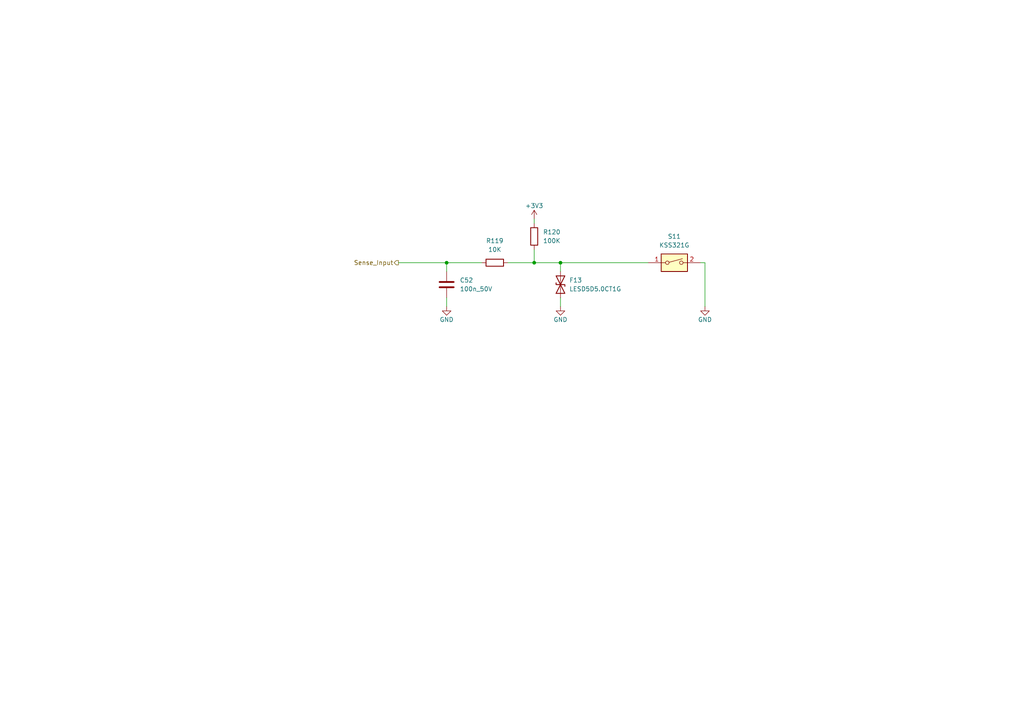
<source format=kicad_sch>
(kicad_sch (version 20231120) (generator "eeschema") (generator_version "8.0")
  (paper "A4")
  (lib_symbols
    (symbol "_C_0402:100n_50V" (pin_numbers hide) (pin_names (offset 0.254))
      (property "Reference" "C" (at 0.635 2.54 0))
      (property "Value" "100n_50V" (at 0.635 -2.54 0))
      (symbol "100n_50V_0_1"
        (polyline (pts (xy -2.032 -0.762) (xy 2.032 -0.762)) (stroke (width 0.508)))
        (polyline (pts (xy -2.032 0.762) (xy 2.032 0.762)) (stroke (width 0.508)))
      )
      (symbol "100n_50V_1_1"
        (pin passive line (at 0 3.81 270) (length 2.794) (name "~") (number "1"))
        (pin passive line (at 0 -3.81 90) (length 2.794) (name "~") (number "2"))
      )
    )
    (symbol "_Diode_TVS:LESD5D5.0CT1G" (pin_numbers hide) (pin_names (offset 1.016) hide)
      (property "Reference" "F" (at 0 2.54 0))
      (property "Value" "LESD5D5.0CT1G" (at 0 -2.54 0))
      (symbol "LESD5D5.0CT1G_0_1"
        (polyline (pts (xy 1.27 0) (xy -1.27 0)))
        (polyline (pts (xy 0.508 1.27) (xy 0 1.27) (xy 0 -1.27) (xy -0.508 -1.27)) (stroke (width 0.254)))
        (polyline (pts (xy -2.54 1.27) (xy -2.54 -1.27) (xy 2.54 1.27) (xy 2.54 -1.27) (xy -2.54 1.27)) (stroke (width 0.254)))
      )
      (symbol "LESD5D5.0CT1G_1_1"
        (pin passive line (at -3.81 0 0) (length 2.54) (name "A1") (number "1"))
        (pin passive line (at 3.81 0 180) (length 2.54) (name "A2") (number "2"))
      )
    )
    (symbol "_R_0402:100K" (pin_numbers hide) (pin_names (offset 0))
      (property "Reference" "R" (at 2.032 0 90))
      (property "Value" "100K" (at 0 0 90))
      (symbol "100K_0_1"
        (rectangle (start -1.016 -2.54) (end 1.016 2.54) (stroke (width 0.254)))
      )
      (symbol "100K_1_1"
        (pin passive line (at 0 3.81 270) (length 1.27) (name "~") (number "1"))
        (pin passive line (at 0 -3.81 90) (length 1.27) (name "~") (number "2"))
      )
    )
    (symbol "_R_0402:10K" (pin_numbers hide) (pin_names (offset 0))
      (property "Reference" "R" (at 2.032 0 90))
      (property "Value" "10K" (at 0 0 90))
      (symbol "10K_0_1"
        (rectangle (start -1.016 -2.54) (end 1.016 2.54) (stroke (width 0.254)))
      )
      (symbol "10K_1_1"
        (pin passive line (at 0 3.81 270) (length 1.27) (name "~") (number "1"))
        (pin passive line (at 0 -3.81 90) (length 1.27) (name "~") (number "2"))
      )
    )
    (symbol "_Switch:KSS321G" (pin_names (offset 0) hide)
      (property "Reference" "S" (at 0 3.81 0))
      (property "Value" "KSS321G" (at 0 -3.81 0))
      (symbol "KSS321G_0_0"
        (circle (center -2.032 0) (radius 0.508))
        (polyline (pts (xy -1.524 0.127) (xy 2.3622 1.1684)))
        (circle (center 2.032 0) (radius 0.508))
      )
      (symbol "KSS321G_0_1"
        (rectangle (start -3.81 2.54) (end 3.81 -2.54) (stroke (width 0.254)) (fill (type background)))
      )
      (symbol "KSS321G_1_1"
        (pin passive line (at -7.62 0 0) (length 5.08) (name "~") (number "1"))
        (pin passive line (at 7.62 0 180) (length 5.08) (name "~") (number "2"))
      )
    )
    (symbol "power:+3.3V" (power) (pin_names (offset 0))
      (property "Value" "+3.3V" (at 0 3.556 0))
      (symbol "+3.3V_0_1"
        (polyline (pts (xy -0.762 1.27) (xy 0 2.54)))
        (polyline (pts (xy 0 0) (xy 0 2.54)))
        (polyline (pts (xy 0 2.54) (xy 0.762 1.27)))
      )
      (symbol "+3.3V_1_1"
        (pin power_in line (at 0 0 90) (length 0) hide (name "+3V3") (number "1"))
      )
    )
    (symbol "power:GND" (power) (pin_names (offset 0))
      (property "Value" "GND" (at 0 -3.81 0))
      (symbol "GND_0_1"
        (polyline (pts (xy 0 0) (xy 0 -1.27) (xy 1.27 -1.27) (xy 0 -2.54) (xy -1.27 -1.27) (xy 0 -1.27)))
      )
      (symbol "GND_1_1"
        (pin power_in line (at 0 0 270) (length 0) hide (name "GND") (number "1"))
      )
    )
  )
  (junction (at 129.54 76.2))
  (junction (at 154.94 76.2))
  (junction (at 162.56 76.2))
  (wire (pts (xy 129.54 88.9) (xy 129.54 86.36)))
  (wire (pts (xy 129.54 76.2) (xy 129.54 78.74)))
  (wire (pts (xy 162.56 76.2) (xy 162.56 78.74)))
  (wire (pts (xy 162.56 86.36) (xy 162.56 88.9)))
  (wire (pts (xy 203.2 76.2) (xy 204.47 76.2)))
  (wire (pts (xy 204.47 76.2) (xy 204.47 88.9)))
  (wire (pts (xy 162.56 76.2) (xy 187.96 76.2)))
  (wire (pts (xy 154.94 63.5) (xy 154.94 64.77)))
  (wire (pts (xy 154.94 72.39) (xy 154.94 76.2)))
  (wire (pts (xy 147.32 76.2) (xy 154.94 76.2)))
  (wire (pts (xy 154.94 76.2) (xy 162.56 76.2)))
  (wire (pts (xy 115.57 76.2) (xy 129.54 76.2)))
  (wire (pts (xy 129.54 76.2) (xy 139.7 76.2)))
  (hierarchical_label "Sense_Input" (shape output) (at 115.57 76.2 180))
  (symbol (lib_id "power:GND") (at 129.54 88.9 0) (unit 1)
    (property "Reference" "#PWR0212" (effects (hide yes)))
    (property "Value" "GND" (at 129.54 92.71 0))
    (instances (project "Partial_Drawer_Controller_v1" (path "" (reference "#PWR0212") (unit 1)) (path "" (reference "#PWR0180") (unit 1)) (path "" (reference "#PWR0184") (unit 1)) (path "" (reference "#PWR0188") (unit 1)) (path "" (reference "#PWR0176") (unit 1)) (path "" (reference "#PWR0208") (unit 1)) (path "" (reference "#PWR0124") (unit 1)) (path "" (reference "#PWR0192") (unit 1))))
  )
  (symbol (lib_id "power:+3.3V") (at 154.94 63.5 0) (unit 1)
    (property "Reference" "#PWR0213" (effects (hide yes)))
    (property "Value" "+3V3" (at 154.94 59.69 0))
    (instances (project "Partial_Drawer_Controller_v1" (path "" (reference "#PWR0213") (unit 1)) (path "" (reference "#PWR0181") (unit 1)) (path "" (reference "#PWR0185") (unit 1)) (path "" (reference "#PWR0189") (unit 1)) (path "" (reference "#PWR0177") (unit 1)) (path "" (reference "#PWR0209") (unit 1)) (path "" (reference "#PWR0125") (unit 1)) (path "" (reference "#PWR0193") (unit 1))))
  )
  (symbol (lib_id "_R_0402:10K") (at 143.51 76.2 90) (unit 1)
    (property "Reference" "R119" (at 143.51 69.85 90))
    (property "Value" "10K" (at 143.51 72.39 90))
    (property "Footprint" "Resistor_SMD:R_0402_1005Metric" (effects (hide yes)))
    (property "Description" "Resistor 10K 1% 62.5mW 50V 0402" (effects (hide yes)))
    (property "MF" "UNI-ROYAL" (effects (hide yes)))
    (property "MPN" "0402WGF1002TCE" (effects (hide yes)))
    (property "OC_LCSC" "C25744" (effects (hide yes)))
    (instances (project "Partial_Drawer_Controller_v1" (path "" (reference "R119") (unit 1)) (path "" (reference "R99") (unit 1)) (path "" (reference "R101") (unit 1)) (path "" (reference "R103") (unit 1)) (path "" (reference "R97") (unit 1)) (path "" (reference "R113") (unit 1)) (path "" (reference "R59") (unit 1)) (path "" (reference "R105") (unit 1))))
  )
  (symbol (lib_id "power:GND") (at 162.56 88.9 0) (unit 1)
    (property "Reference" "#PWR0214" (effects (hide yes)))
    (property "Value" "GND" (at 162.56 92.71 0))
    (instances (project "Partial_Drawer_Controller_v1" (path "" (reference "#PWR0214") (unit 1)) (path "" (reference "#PWR0182") (unit 1)) (path "" (reference "#PWR0186") (unit 1)) (path "" (reference "#PWR0190") (unit 1)) (path "" (reference "#PWR0178") (unit 1)) (path "" (reference "#PWR0210") (unit 1)) (path "" (reference "#PWR0126") (unit 1)) (path "" (reference "#PWR0194") (unit 1))))
  )
  (symbol (lib_id "_Diode_TVS:LESD5D5.0CT1G") (at 162.56 82.55 90) (unit 1)
    (property "Reference" "F13" (at 165.1 81.2799 90) (effects (justify right)))
    (property "Value" "LESD5D5.0CT1G" (at 165.1 83.8199 90) (effects (justify right)))
    (property "Footprint" "Diode_SMD:D_SOD-523" (effects (hide yes)))
    (property "Datasheet" "https://datasheet.lcsc.com/lcsc/1912111437_LRC-LESD5D5-0CT1G_C383211.pdf" (effects (hide yes)))
    (property "Description" "5V 150W TVS Diode Bi-Directional" (effects (hide yes)))
    (property "MF" "LRC" (effects (hide yes)))
    (property "MPN" "LESD5D5.0CT1G" (effects (hide yes)))
    (property "OC_LCSC" "C383211" (effects (hide yes)))
    (instances (project "Partial_Drawer_Controller_v1" (path "" (reference "F13") (unit 1)) (path "" (reference "F8") (unit 1)) (path "" (reference "F9") (unit 1)) (path "" (reference "F10") (unit 1)) (path "" (reference "F7") (unit 1)) (path "" (reference "F12") (unit 1)) (path "" (reference "F6") (unit 1)) (path "" (reference "F11") (unit 1))))
  )
  (symbol (lib_id "_C_0402:100n_50V") (at 129.54 82.55 0) (unit 1)
    (property "Reference" "C52" (at 133.35 81.2799 0) (effects (justify left)))
    (property "Value" "100n_50V" (at 133.35 83.8199 0) (effects (justify left)))
    (property "Footprint" "Capacitor_SMD:C_0402_1005Metric" (effects (hide yes)))
    (property "Datasheet" "https://product.samsungsem.com/mlcc/CL05B104KB54PN.do" (effects (hide yes)))
    (property "Description" "Capacitor 100nF 50V X7R 10% 0402" (effects (hide yes)))
    (property "MF" "Samsung Electro-Mechanics" (effects (hide yes)))
    (property "MPN" "CL05B104KB54PNC" (effects (hide yes)))
    (property "OC_LCSC" "C307331" (effects (hide yes)))
    (instances (project "Partial_Drawer_Controller_v1" (path "" (reference "C52") (unit 1)) (path "" (reference "C44") (unit 1)) (path "" (reference "C45") (unit 1)) (path "" (reference "C46") (unit 1)) (path "" (reference "C43") (unit 1)) (path "" (reference "C51") (unit 1)) (path "" (reference "C30") (unit 1)) (path "" (reference "C47") (unit 1))))
  )
  (symbol (lib_id "_R_0402:100K") (at 154.94 68.58 0) (unit 1)
    (property "Reference" "R120" (at 157.48 67.3099 0) (effects (justify left)))
    (property "Value" "100K" (at 157.48 69.8499 0) (effects (justify left)))
    (property "Footprint" "Resistor_SMD:R_0402_1005Metric" (effects (hide yes)))
    (property "Description" "Resistor 100K 1% 62.5mW 50V 0402" (effects (hide yes)))
    (property "MF" "UNI-ROYAL" (effects (hide yes)))
    (property "MPN" "0402WGF1003TCE" (effects (hide yes)))
    (property "OC_LCSC" "C25741" (effects (hide yes)))
    (instances (project "Partial_Drawer_Controller_v1" (path "" (reference "R120") (unit 1)) (path "" (reference "R100") (unit 1)) (path "" (reference "R102") (unit 1)) (path "" (reference "R104") (unit 1)) (path "" (reference "R98") (unit 1)) (path "" (reference "R114") (unit 1)) (path "" (reference "R60") (unit 1)) (path "" (reference "R106") (unit 1))))
  )
  (symbol (lib_id "power:GND") (at 204.47 88.9 0) (unit 1)
    (property "Reference" "#PWR0215" (effects (hide yes)))
    (property "Value" "GND" (at 204.47 92.71 0))
    (instances (project "Partial_Drawer_Controller_v1" (path "" (reference "#PWR0215") (unit 1)) (path "" (reference "#PWR0183") (unit 1)) (path "" (reference "#PWR0187") (unit 1)) (path "" (reference "#PWR0191") (unit 1)) (path "" (reference "#PWR0179") (unit 1)) (path "" (reference "#PWR0211") (unit 1)) (path "" (reference "#PWR0127") (unit 1)) (path "" (reference "#PWR0195") (unit 1))))
  )
  (symbol (lib_id "_Switch:KSS321G") (at 195.58 76.2 0) (unit 1)
    (property "Reference" "S11" (at 195.58 68.58 0))
    (property "Value" "KSS321G" (at 195.58 71.12 0))
    (property "Footprint" "Robast:Switch_KSS_Side_Actuated" (effects (hide yes)))
    (property "Datasheet" "https://www.mouser.de/datasheet/2/240/kss-3050889.pdf" (effects (hide yes)))
    (property "Description" "Dip Tactile Switch Side Actuated 32V 50mA 2N Force 0.3mm Travel 100,000 Operations" (effects (hide yes)))
    (property "MF" "C&K" (effects (hide yes)))
    (property "MPN" "KSS321GLFS" (effects (hide yes)))
    (property "OC_LCSC" "C221796" (effects (hide yes)))
    (instances (project "Partial_Drawer_Controller_v1" (path "" (reference "S11") (unit 1)) (path "" (reference "S6") (unit 1)) (path "" (reference "S7") (unit 1)) (path "" (reference "S8") (unit 1)) (path "" (reference "S5") (unit 1)) (path "" (reference "S10") (unit 1)) (path "" (reference "S4") (unit 1)) (path "" (reference "S9") (unit 1))))
  )
)
</source>
